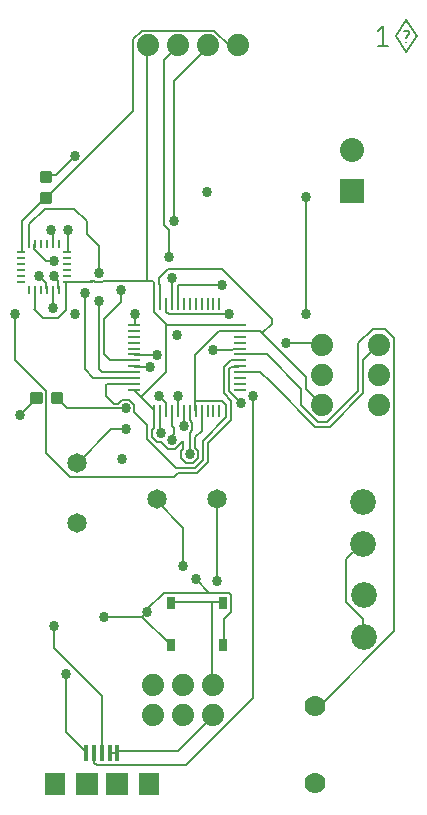
<source format=gbr>
G04 EAGLE Gerber RS-274X export*
G75*
%MOMM*%
%FSLAX66Y66*%
%LPD*%
%INTop Copper*%
%IPPOS*%
%AMOC8*
5,1,8,0,0,1.08239X$1,22.5*%
G01*
%ADD10C,0.152400*%
%ADD11C,0.300000*%
%ADD12C,1.879600*%
%ADD13R,0.200000X1.000000*%
%ADD14R,1.000000X0.200000*%
%ADD15R,0.350000X1.400000*%
%ADD16R,1.800000X1.900000*%
%ADD17R,1.900000X1.900000*%
%ADD18R,2.032000X2.032000*%
%ADD19C,2.032000*%
%ADD20C,2.184400*%
%ADD21C,1.651000*%
%ADD22R,0.790000X0.260000*%
%ADD23R,0.260000X0.790000*%
%ADD24C,1.778000*%
%ADD25R,0.700000X1.100000*%
%ADD26C,0.203200*%
%ADD27C,0.858000*%


D10*
X59336941Y78464172D02*
X59788494Y78825419D01*
X59788494Y77199819D01*
X59336941Y77199819D02*
X60240050Y77199819D01*
X61768450Y77470750D02*
X61768450Y77515906D01*
X61994228Y78283550D02*
X61994175Y78287915D01*
X61994017Y78292276D01*
X61993754Y78296633D01*
X61993385Y78300983D01*
X61992911Y78305322D01*
X61992333Y78309648D01*
X61991650Y78313959D01*
X61990863Y78318252D01*
X61989973Y78322525D01*
X61988979Y78326776D01*
X61987884Y78331001D01*
X61986686Y78335198D01*
X61985388Y78339365D01*
X61983989Y78343500D01*
X61982491Y78347599D01*
X61980894Y78351662D01*
X61979199Y78355684D01*
X61977407Y78359664D01*
X61975520Y78363600D01*
X61973539Y78367489D01*
X61971464Y78371329D01*
X61969297Y78375118D01*
X61967039Y78378853D01*
X61964691Y78382533D01*
X61962255Y78386155D01*
X61959732Y78389717D01*
X61957124Y78393217D01*
X61954432Y78396653D01*
X61951658Y78400023D01*
X61948804Y78403325D01*
X61945870Y78406556D01*
X61942859Y78409717D01*
X61939773Y78412803D01*
X61936612Y78415814D01*
X61933381Y78418748D01*
X61930079Y78421602D01*
X61926709Y78424376D01*
X61923273Y78427068D01*
X61919773Y78429676D01*
X61916211Y78432199D01*
X61912589Y78434635D01*
X61908909Y78436983D01*
X61905174Y78439241D01*
X61901385Y78441408D01*
X61897545Y78443483D01*
X61893656Y78445464D01*
X61889720Y78447351D01*
X61885740Y78449143D01*
X61881718Y78450838D01*
X61877655Y78452435D01*
X61873556Y78453933D01*
X61869421Y78455332D01*
X61865254Y78456630D01*
X61861057Y78457828D01*
X61856832Y78458923D01*
X61852581Y78459917D01*
X61848308Y78460807D01*
X61844015Y78461594D01*
X61839704Y78462277D01*
X61835378Y78462855D01*
X61831039Y78463329D01*
X61826689Y78463698D01*
X61822332Y78463961D01*
X61817971Y78464119D01*
X61813606Y78464172D01*
X61799975Y78464014D01*
X61786351Y78463539D01*
X61772742Y78462748D01*
X61759155Y78461641D01*
X61745597Y78460219D01*
X61732076Y78458483D01*
X61718599Y78456433D01*
X61705173Y78454071D01*
X61691805Y78451398D01*
X61678504Y78448415D01*
X61665275Y78445124D01*
X61652126Y78441527D01*
X61639064Y78437625D01*
X61626096Y78433421D01*
X61613230Y78428917D01*
X61600471Y78424116D01*
X61587827Y78419020D01*
X61994228Y78283550D02*
X61994164Y78278169D01*
X61993972Y78272792D01*
X61993651Y78267421D01*
X61993203Y78262058D01*
X61992627Y78256709D01*
X61991923Y78251374D01*
X61991093Y78246057D01*
X61990136Y78240762D01*
X61989054Y78235491D01*
X61987846Y78230248D01*
X61986513Y78225034D01*
X61985057Y78219854D01*
X61983477Y78214711D01*
X61981776Y78209606D01*
X61979953Y78204543D01*
X61978010Y78199525D01*
X61975948Y78194555D01*
X61973768Y78189635D01*
X61971472Y78184769D01*
X61969060Y78179959D01*
X61966534Y78175208D01*
X61963896Y78170518D01*
X61961147Y78165892D01*
X61958288Y78161334D01*
X61955322Y78156844D01*
X61952249Y78152427D01*
X61949072Y78148084D01*
X61949071Y78148086D02*
X61942563Y78139619D01*
X61935857Y78131309D01*
X61928956Y78123159D01*
X61921864Y78115175D01*
X61914586Y78107361D01*
X61907125Y78099721D01*
X61899485Y78092260D01*
X61891671Y78084981D01*
X61883688Y78077889D01*
X61875538Y78070988D01*
X61867228Y78064282D01*
X61858762Y78057773D01*
X61858763Y78057771D02*
X61854065Y78054157D01*
X61849455Y78050430D01*
X61844938Y78046593D01*
X61840514Y78042647D01*
X61836187Y78038596D01*
X61831960Y78034440D01*
X61827835Y78030184D01*
X61823814Y78025829D01*
X61819900Y78021378D01*
X61816094Y78016833D01*
X61812400Y78012197D01*
X61808820Y78007473D01*
X61805355Y78002664D01*
X61802007Y77997772D01*
X61798779Y77992801D01*
X61795672Y77987753D01*
X61792689Y77982631D01*
X61789830Y77977438D01*
X61787098Y77972177D01*
X61784495Y77966852D01*
X61782021Y77961466D01*
X61779678Y77956021D01*
X61777468Y77950520D01*
X61775392Y77944968D01*
X61773451Y77939368D01*
X61771647Y77933721D01*
X61769980Y77928033D01*
X61768451Y77922306D01*
X61768450Y77922306D02*
X61768450Y77831994D01*
X62626406Y78012619D02*
X61768450Y76657953D01*
X62626406Y78012619D02*
X61768450Y79367284D01*
X60910497Y78012619D01*
X61768450Y76657953D01*
D11*
X31591541Y64666672D02*
X30891541Y64666672D01*
X31591541Y64666672D02*
X31591541Y63966672D01*
X30891541Y63966672D01*
X30891541Y64666672D01*
X30891541Y64251672D02*
X31591541Y64251672D01*
X31591541Y64536672D02*
X30891541Y64536672D01*
X30891541Y66420672D02*
X31591541Y66420672D01*
X31591541Y65720672D01*
X30891541Y65720672D01*
X30891541Y66420672D01*
X30891541Y66005672D02*
X31591541Y66005672D01*
X31591541Y66290672D02*
X30891541Y66290672D01*
X31853838Y47678250D02*
X31853838Y46978250D01*
X31853838Y47678250D02*
X32553838Y47678250D01*
X32553838Y46978250D01*
X31853838Y46978250D01*
X31853838Y47263250D02*
X32553838Y47263250D01*
X32553838Y47548250D02*
X31853838Y47548250D01*
X30099838Y47678250D02*
X30099838Y46978250D01*
X30099838Y47678250D02*
X30799838Y47678250D01*
X30799838Y46978250D01*
X30099838Y46978250D01*
X30099838Y47263250D02*
X30799838Y47263250D01*
X30799838Y47548250D02*
X30099838Y47548250D01*
D12*
X40301491Y20488681D03*
X40301491Y23028681D03*
X42841491Y20488681D03*
X42841491Y23028681D03*
X45381491Y20488681D03*
X45381491Y23028681D03*
D13*
X40430000Y46300000D03*
X40930000Y46300000D03*
X41430000Y46300000D03*
X41930000Y46300000D03*
X42430000Y46300000D03*
X42930000Y46300000D03*
X43430000Y46300000D03*
X43930000Y46300000D03*
X44430000Y46300000D03*
X44930000Y46300000D03*
X45430000Y46300000D03*
X45930000Y46300000D03*
D14*
X47680000Y48050000D03*
X47680000Y48550000D03*
X47680000Y49050000D03*
X47680000Y49550000D03*
X47680000Y50050000D03*
X47680000Y50550000D03*
X47680000Y51050000D03*
X47680000Y51550000D03*
X47680000Y52050000D03*
X47680000Y52550000D03*
X47680000Y53050000D03*
X47680000Y53550000D03*
D13*
X45930000Y55300000D03*
X45430000Y55300000D03*
X44930000Y55300000D03*
X44430000Y55300000D03*
X43930000Y55300000D03*
X43430000Y55300000D03*
X42930000Y55300000D03*
X42430000Y55300000D03*
X41930000Y55300000D03*
X41430000Y55300000D03*
X40930000Y55300000D03*
X40430000Y55300000D03*
D14*
X38680000Y53550000D03*
X38680000Y53050000D03*
X38680000Y52550000D03*
X38680000Y52050000D03*
X38680000Y51550000D03*
X38680000Y51050000D03*
X38680000Y50550000D03*
X38680000Y50050000D03*
X38680000Y49550000D03*
X38680000Y49050000D03*
X38680000Y48550000D03*
X38680000Y48050000D03*
D15*
X34683038Y17297391D03*
X37283038Y17297391D03*
X35333038Y17297391D03*
X35983038Y17297391D03*
X36633038Y17297391D03*
D16*
X31983038Y14647391D03*
X39983038Y14647391D03*
D17*
X34713038Y14647391D03*
X37253038Y14647391D03*
D18*
X57150634Y64896481D03*
D19*
X57150634Y68396481D03*
D20*
X58081875Y35030000D03*
X58081875Y38530000D03*
D12*
X59436788Y46736025D03*
X59436788Y49276025D03*
X59436788Y51816025D03*
X54610888Y46736025D03*
X54610888Y49276025D03*
X54610888Y51816025D03*
X47487534Y77213994D03*
X44947534Y77213994D03*
X42407534Y77213994D03*
X39867534Y77213994D03*
D21*
X45720000Y38777141D03*
X40640000Y38777141D03*
X33866581Y36744963D03*
X33866581Y41824963D03*
D22*
X29102428Y59712316D03*
X29102428Y59212316D03*
X29102428Y58712316D03*
X29102428Y58212316D03*
X29102428Y57712316D03*
X29102428Y57212316D03*
D23*
X29822428Y56492316D03*
X30322428Y56492316D03*
X30822428Y56492316D03*
X31322428Y56492316D03*
X31822428Y56492316D03*
X32322428Y56492316D03*
D22*
X33042428Y57212316D03*
X33042428Y57712316D03*
X33042428Y58212316D03*
X33042428Y58712316D03*
X33042428Y59212316D03*
X33042428Y59712316D03*
D23*
X32322428Y60432316D03*
X31822428Y60432316D03*
X31322428Y60432316D03*
X30822428Y60432316D03*
X30322428Y60432316D03*
X29822428Y60432316D03*
D24*
X54059884Y14741706D03*
X54059884Y21241706D03*
D25*
X41801659Y26486088D03*
X41801659Y29986088D03*
X46251659Y29986088D03*
X46251659Y26486088D03*
D20*
X58160184Y27153103D03*
X58160184Y30653103D03*
D26*
X40430000Y55300000D02*
X40430000Y57096247D01*
X40297303Y57228944D01*
X34950400Y57212316D02*
X33042428Y57212316D01*
X34950400Y57212316D02*
X35065122Y57212316D01*
X35133153Y57144284D01*
X30322428Y56492316D02*
X30322428Y54788650D01*
X30307634Y54773856D01*
X39310703Y47455697D02*
X40436800Y46329600D01*
X39310703Y47455697D02*
X38811200Y47955200D01*
X38680000Y48050000D01*
X40436800Y46329600D02*
X40430000Y46300000D01*
X43891200Y44026634D02*
X44468313Y44603747D01*
X30971056Y54169744D02*
X30276800Y54864000D01*
X30971056Y54169744D02*
X32241034Y54169744D01*
X32918400Y54847109D01*
X32918400Y57099200D01*
X30276800Y54864000D02*
X30322428Y54788650D01*
X32918400Y57099200D02*
X33042428Y57212316D01*
X40233600Y57302400D02*
X40297303Y57228944D01*
X34950400Y57212316D02*
X34950400Y57302400D01*
X40436800Y54660800D02*
X41452800Y53644800D01*
X40436800Y54660800D02*
X40436800Y55270400D01*
X40430000Y55300000D01*
X41452800Y49597794D02*
X39310703Y47455697D01*
X41452800Y49597794D02*
X41452800Y53644800D01*
X39827200Y57302400D02*
X39827200Y77012800D01*
X39867534Y77213994D01*
X35291819Y57302400D02*
X34950400Y57302400D01*
X35291819Y57302400D02*
X35421813Y57172406D01*
X36029713Y57172406D01*
X36159706Y57302400D01*
X39827200Y57302400D01*
X44163456Y42887025D02*
X44163456Y42279125D01*
X43733606Y41849275D01*
X43125706Y41849275D01*
X42695856Y42279125D01*
X42695856Y42887025D01*
X43891200Y43159281D02*
X43891200Y44026634D01*
X43891200Y43159281D02*
X44163456Y42887025D01*
X40670619Y43627094D02*
X40240763Y44056950D01*
X40240763Y44664850D01*
X40430000Y44854088D01*
X40430000Y46300000D01*
X41601863Y43034488D02*
X42209763Y43034488D01*
X41009256Y43627094D02*
X40670619Y43627094D01*
X42209763Y43034488D02*
X42863275Y43688000D01*
X41601863Y43034488D02*
X41009256Y43627094D01*
X44430000Y45632444D02*
X44430000Y46300000D01*
X44430000Y45632444D02*
X44468313Y45594131D01*
X44468313Y44603747D01*
X40233600Y57302400D02*
X39827200Y57302400D01*
X42863275Y43054444D02*
X42695856Y42887025D01*
X42863275Y43054444D02*
X42863275Y43688000D01*
X41547600Y53550000D02*
X47680000Y53550000D01*
X41547600Y53550000D02*
X41452800Y53644800D01*
D27*
X45432244Y51409600D03*
D26*
X47008550Y51409600D01*
X47148950Y51550000D01*
X47680000Y51550000D01*
X40030400Y49987200D02*
X38811200Y49987200D01*
X38680000Y50050000D01*
D27*
X40030400Y49987200D03*
D26*
X47680000Y53050000D02*
X49325038Y53050000D01*
X43930000Y46300000D02*
X43937606Y46292394D01*
X31822428Y54952228D02*
X31822428Y56492316D01*
X31822428Y54952228D02*
X31831484Y54943172D01*
X30683200Y63804800D02*
X31089600Y64211200D01*
X29260800Y62382400D02*
X29260800Y59740800D01*
X31089600Y64211200D02*
X31241541Y64316672D01*
X29260800Y59740800D02*
X29102428Y59712316D01*
X45313600Y30073600D02*
X46126400Y30073600D01*
X45313600Y30073600D02*
X41859200Y30073600D01*
X41801659Y29986088D01*
X46126400Y30073600D02*
X46251659Y29986088D01*
X37185600Y17272000D02*
X36779200Y17272000D01*
X36633038Y17297391D01*
X37185600Y17272000D02*
X37283038Y17297391D01*
X53238400Y49174400D02*
X49580800Y52832000D01*
X49377600Y53035200D01*
X53238400Y49174400D02*
X53238400Y48158400D01*
X54457600Y46939200D01*
X49377600Y53035200D02*
X49325038Y53050000D01*
X54457600Y46939200D02*
X54610888Y46736025D01*
X40843200Y57302400D02*
X40843200Y57505600D01*
X50393600Y54051200D02*
X50393600Y53644800D01*
X49580800Y52832000D01*
X43891200Y51003097D02*
X43891200Y47142400D01*
X43891200Y46329600D01*
X43891200Y51003097D02*
X45923303Y53035200D01*
X47548800Y53035200D01*
X43891200Y46329600D02*
X43930000Y46300000D01*
X47548800Y53035200D02*
X47680000Y53050000D01*
X42468800Y17475200D02*
X37388800Y17475200D01*
X42468800Y17475200D02*
X45313600Y20320000D01*
X37388800Y17475200D02*
X37283038Y17297391D01*
X45313600Y20320000D02*
X45381491Y20488681D01*
X45313600Y23164800D02*
X45313600Y30073600D01*
X45313600Y23164800D02*
X45381491Y23028681D01*
X46532800Y45720000D02*
X46532800Y46736000D01*
X46126400Y47142400D01*
X43891200Y47142400D01*
X44569856Y42110788D02*
X43901944Y41442875D01*
X44569856Y43757056D02*
X46532800Y45720000D01*
X44569856Y43757056D02*
X44569856Y42110788D01*
X40930000Y55300000D02*
X40930000Y56930891D01*
X41614794Y58277194D02*
X46167606Y58277194D01*
X40853544Y57292056D02*
X40843200Y57302400D01*
X40853544Y57292056D02*
X40853544Y57007347D01*
X40930000Y56930891D01*
X46167606Y58277194D02*
X50393600Y54051200D01*
X41614794Y58277194D02*
X40843200Y57505600D01*
X31195072Y64316672D02*
X29260800Y62382400D01*
X31195072Y64316672D02*
X31241541Y64316672D01*
X38745338Y46781306D02*
X38745338Y46192163D01*
X38745338Y46781306D02*
X38315481Y47211163D01*
X37707581Y47211163D01*
X37380181Y46883763D01*
X37037838Y46883763D01*
X36372800Y47548800D01*
X39834363Y45103138D02*
X39834363Y43888613D01*
X39834363Y45103138D02*
X38745338Y46192163D01*
X42280100Y41442875D02*
X43901944Y41442875D01*
X42280100Y41442875D02*
X39834363Y43888613D01*
D27*
X31822428Y54952228D03*
D26*
X33042428Y59712316D02*
X33078269Y59748156D01*
X33078269Y61569600D01*
D27*
X33078269Y61569600D03*
D26*
X36443875Y48550000D02*
X38680000Y48550000D01*
X36372800Y48478925D02*
X36372800Y47548800D01*
X36372800Y48478925D02*
X36443875Y48550000D01*
X38622928Y77729522D02*
X39352003Y78458597D01*
X46707669Y77213994D02*
X47487534Y77213994D01*
X46707669Y77213994D02*
X45463066Y78458597D01*
X38622928Y71698059D02*
X31241541Y64316672D01*
X38622928Y71698059D02*
X38622928Y77729522D01*
X39352003Y78458597D02*
X45463066Y78458597D01*
X32105600Y66243200D02*
X31292800Y66243200D01*
X32105600Y66243200D02*
X33731200Y67868800D01*
X31292800Y66243200D02*
X31241541Y66070672D01*
D27*
X33731200Y67868800D03*
D26*
X30276800Y47142400D02*
X29057600Y45923200D01*
X30276800Y47142400D02*
X30449838Y47328250D01*
D27*
X29057600Y45923200D03*
D26*
X40930000Y46300000D02*
X40930000Y44405466D01*
X40974569Y44360897D01*
X33054734Y46477353D02*
X32203838Y47328250D01*
X33054734Y46477353D02*
X38011531Y46477353D01*
D27*
X38011531Y46477353D03*
X40974569Y44360897D03*
D26*
X39420800Y28854400D02*
X36169600Y28854400D01*
X39420800Y28854400D02*
X41656000Y26619200D01*
X41801659Y26486088D01*
X39420800Y28854400D02*
X39827200Y29260800D01*
X46329600Y28651200D02*
X46329600Y26619200D01*
X46329600Y28651200D02*
X46939200Y29260800D01*
X46939200Y30683200D01*
X46736000Y30886400D01*
X45052006Y30886400D02*
X41249600Y30886400D01*
X45052006Y30886400D02*
X46736000Y30886400D01*
X41249600Y30886400D02*
X39827200Y29464000D01*
X39827200Y29260800D01*
X46251659Y26486088D02*
X46329600Y26619200D01*
D27*
X36169600Y28854400D03*
X39827200Y29260800D03*
X43429656Y42583075D03*
X43937606Y32000800D03*
D26*
X45052006Y30886400D01*
X43430000Y45482969D02*
X43430000Y46300000D01*
X43430000Y45482969D02*
X43655513Y45257456D01*
X43655513Y44649556D01*
X43429656Y44423700D01*
X43429656Y42583075D01*
X48768000Y47548800D02*
X48768000Y21945600D01*
X43078400Y16256000D01*
X35560000Y16256000D01*
X35356800Y16459200D01*
X35356800Y17272000D01*
X35333038Y17297391D01*
D27*
X48768000Y47548800D03*
D26*
X46126400Y56896000D02*
X42430000Y56896000D01*
D27*
X46126400Y56896000D03*
D26*
X42430000Y56890309D02*
X42430000Y55300000D01*
X42430000Y56890309D02*
X42430000Y56896000D01*
X31902400Y28041600D02*
X31902400Y26212800D01*
X35966400Y22148800D01*
X35966400Y17475200D01*
X35983038Y17297391D01*
D27*
X31902400Y28041600D03*
D26*
X41930000Y55300000D02*
X41930000Y57543384D01*
D27*
X37672900Y42159784D03*
X42329100Y52657400D03*
X41930000Y57543384D03*
D26*
X42875200Y36372800D02*
X42875200Y33121600D01*
X42875200Y36372800D02*
X40640000Y38608000D01*
X40640000Y38777141D01*
X42468800Y46329600D02*
X42468800Y47548800D01*
X42468800Y46329600D02*
X42430000Y46300000D01*
D27*
X42875200Y33121600D03*
X42468800Y47548800D03*
D26*
X45720000Y38777141D02*
X45720000Y31902400D01*
D27*
X45720000Y31902400D03*
D26*
X42930000Y44961797D02*
X42930000Y46300000D01*
X42930000Y44961797D02*
X42921706Y44953503D01*
D27*
X42921706Y44953503D03*
D26*
X41452800Y46329600D02*
X41452800Y46939200D01*
X40843200Y47548800D01*
X37998400Y44704000D02*
X36779200Y44704000D01*
X33934400Y41859200D01*
X41430000Y46300000D02*
X41452800Y46329600D01*
X33934400Y41859200D02*
X33866581Y41824963D01*
D27*
X40843200Y47548800D03*
X37998400Y44704000D03*
D26*
X41930000Y45017963D02*
X41930000Y46300000D01*
X41930000Y45017963D02*
X42114775Y44833188D01*
X42114775Y44276238D01*
D27*
X41905809Y43768291D03*
D26*
X41905809Y44067272D01*
X42114775Y44276238D01*
X41452800Y54660800D02*
X41452800Y55270400D01*
X41452800Y54660800D02*
X41656000Y54457600D01*
X46736000Y54457600D01*
X41656000Y59334400D02*
X41656000Y61569600D01*
X41249600Y61976000D01*
X41249600Y75996800D01*
X42265600Y77012800D01*
X41430000Y55300000D02*
X41452800Y55270400D01*
X42265600Y77012800D02*
X42407534Y77213994D01*
D27*
X46736000Y54457600D03*
X41656000Y59334400D03*
D26*
X38811200Y54457600D02*
X38811200Y53644800D01*
X42062400Y62382400D02*
X42062400Y74168000D01*
X44907200Y77012800D01*
X38811200Y53644800D02*
X38680000Y53550000D01*
X44907200Y77012800D02*
X44947534Y77213994D01*
D27*
X38811200Y54457600D03*
X42062400Y62382400D03*
D26*
X50190400Y48768000D02*
X50537428Y48420972D01*
X54051200Y44907200D01*
X55270400Y44907200D01*
X58115200Y47752000D01*
X58115200Y50596800D01*
X59334400Y51816000D01*
X59436788Y51816025D01*
X49408400Y49550000D02*
X47680000Y49550000D01*
X49408400Y49550000D02*
X50190400Y48768000D01*
X47548800Y49987200D02*
X46939200Y49987200D01*
X46736000Y49784000D01*
X46736000Y47955200D01*
X47752000Y46939200D01*
X51612800Y52019200D02*
X54457600Y52019200D01*
X47680000Y50050000D02*
X47548800Y49987200D01*
X54457600Y52019200D02*
X54610888Y51816025D01*
D27*
X47752000Y46939200D03*
X51612800Y52019200D03*
D26*
X32308800Y56692800D02*
X32308800Y57302400D01*
X31902400Y57708800D01*
X28651200Y54457600D02*
X28651200Y50596800D01*
X31292800Y47955200D01*
X31292800Y42672000D01*
X33324800Y40640000D01*
X42062400Y40640000D01*
X46939200Y45516800D02*
X46939200Y47142400D01*
X46329600Y47752000D01*
X46329600Y49987200D01*
X46939200Y50596800D01*
X47548800Y50596800D01*
X32322428Y56492316D02*
X32308800Y56692800D01*
X47548800Y50596800D02*
X47680000Y50550000D01*
D27*
X31902400Y57708800D03*
X28651200Y54457600D03*
D26*
X44070281Y41036475D02*
X44976256Y41942450D01*
X44976256Y43553856D02*
X46939200Y45516800D01*
X42458875Y41036475D02*
X42062400Y40640000D01*
X44976256Y41942450D02*
X44976256Y43553856D01*
X44070281Y41036475D02*
X42458875Y41036475D01*
X49940400Y51050000D02*
X52832000Y48158400D01*
X52832000Y46736000D01*
X54254400Y45313600D01*
X55067200Y45313600D01*
X57708800Y47955200D01*
X57708800Y52019200D01*
X58928000Y53238400D01*
X59944000Y53238400D01*
X60756800Y52425600D01*
X60756800Y27635200D01*
X54254400Y21132800D01*
X54059884Y21241706D01*
X49940400Y51050000D02*
X47680000Y51050000D01*
X38680000Y50550000D02*
X36647947Y50550000D01*
X37592000Y55473600D02*
X37592000Y56489600D01*
D27*
X44907200Y64820800D03*
X37592000Y56489600D03*
D26*
X37592000Y55473600D02*
X36132169Y54013769D01*
X36132169Y51065778D02*
X36647947Y50550000D01*
X36132169Y51065778D02*
X36132169Y54013769D01*
X53238400Y54457600D02*
X53238400Y64414400D01*
X40640000Y51003200D02*
X38811200Y51003200D01*
X38680000Y51050000D01*
D27*
X53238400Y64414400D03*
X53238400Y54457600D03*
X40640000Y51003200D03*
D26*
X38680000Y49550000D02*
X35954781Y49550000D01*
X29822428Y60432316D02*
X29799688Y60455056D01*
X29799688Y62054459D01*
X35725759Y49779022D02*
X35954781Y49550000D01*
X35725759Y49779022D02*
X35725759Y55535778D01*
D27*
X35725759Y55535778D03*
X35725759Y57906209D03*
D26*
X35725759Y60191981D01*
X31137328Y63392100D02*
X29799688Y62054459D01*
X31137328Y63392100D02*
X33608338Y63392100D01*
X34692981Y61224759D02*
X35725759Y60191981D01*
X34692981Y61224759D02*
X34692981Y62307456D01*
X33608338Y63392100D01*
X30276800Y60350400D02*
X30276800Y59944000D01*
X31292800Y58928000D01*
X31902400Y58928000D01*
X30276800Y60350400D02*
X30322428Y60432316D01*
D27*
X31902400Y58928000D03*
X34544000Y56286400D03*
D26*
X34540547Y49779022D02*
X35269569Y49050000D01*
X34540547Y49779022D02*
X34544000Y49782475D01*
X35269569Y49050000D02*
X38680000Y49050000D01*
X34544000Y49782475D02*
X34544000Y56286400D01*
X58115200Y28651200D02*
X58115200Y27228800D01*
X58115200Y28651200D02*
X56692800Y30073600D01*
X56692800Y33731200D01*
X57912000Y34950400D01*
X58115200Y27228800D02*
X58160184Y27153103D01*
X57912000Y34950400D02*
X58081875Y35030000D01*
X31822428Y60432316D02*
X31822428Y61569600D01*
X31699200Y61569600D01*
D27*
X31699200Y61569600D03*
D26*
X30683200Y57708800D02*
X31292800Y57099200D01*
X31292800Y56692800D01*
X31322428Y56492316D01*
D27*
X33697316Y54491484D03*
X30683200Y57708800D03*
D26*
X32918400Y23977600D02*
X32918400Y19100800D01*
X34544000Y17475200D01*
X34683038Y17297391D01*
D27*
X32918400Y23977600D03*
M02*

</source>
